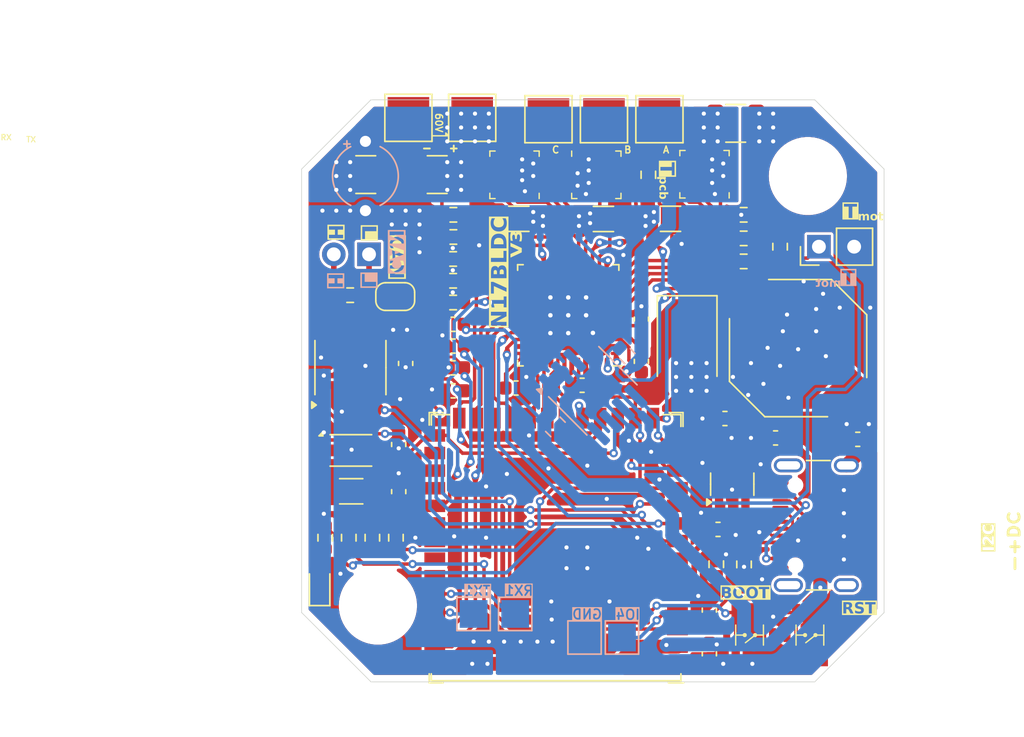
<source format=kicad_pcb>
(kicad_pcb
	(version 20240108)
	(generator "pcbnew")
	(generator_version "8.0")
	(general
		(thickness 1.6)
		(legacy_teardrops no)
	)
	(paper "A4")
	(title_block
		(comment 4 "AISLER Project ID: YMBROGBB")
	)
	(layers
		(0 "F.Cu" signal)
		(31 "B.Cu" signal)
		(32 "B.Adhes" user "B.Adhesive")
		(33 "F.Adhes" user "F.Adhesive")
		(34 "B.Paste" user)
		(35 "F.Paste" user)
		(36 "B.SilkS" user "B.Silkscreen")
		(37 "F.SilkS" user "F.Silkscreen")
		(38 "B.Mask" user)
		(39 "F.Mask" user)
		(40 "Dwgs.User" user "User.Drawings")
		(41 "Cmts.User" user "User.Comments")
		(42 "Eco1.User" user "User.Eco1")
		(43 "Eco2.User" user "User.Eco2")
		(44 "Edge.Cuts" user)
		(45 "Margin" user)
		(46 "B.CrtYd" user "B.Courtyard")
		(47 "F.CrtYd" user "F.Courtyard")
		(48 "B.Fab" user)
		(49 "F.Fab" user)
		(50 "User.1" user)
		(51 "User.2" user)
		(52 "User.3" user)
		(53 "User.4" user)
		(54 "User.5" user)
		(55 "User.6" user)
		(56 "User.7" user)
		(57 "User.8" user)
		(58 "User.9" user)
	)
	(setup
		(stackup
			(layer "F.SilkS"
				(type "Top Silk Screen")
			)
			(layer "F.Paste"
				(type "Top Solder Paste")
			)
			(layer "F.Mask"
				(type "Top Solder Mask")
				(thickness 0.01)
			)
			(layer "F.Cu"
				(type "copper")
				(thickness 0.035)
			)
			(layer "dielectric 1"
				(type "core")
				(thickness 1.51)
				(material "FR4")
				(epsilon_r 4.5)
				(loss_tangent 0.02)
			)
			(layer "B.Cu"
				(type "copper")
				(thickness 0.035)
			)
			(layer "B.Mask"
				(type "Bottom Solder Mask")
				(thickness 0.01)
			)
			(layer "B.Paste"
				(type "Bottom Solder Paste")
			)
			(layer "B.SilkS"
				(type "Bottom Silk Screen")
			)
			(copper_finish "None")
			(dielectric_constraints no)
		)
		(pad_to_mask_clearance 0)
		(allow_soldermask_bridges_in_footprints no)
		(pcbplotparams
			(layerselection 0x00010fc_ffffffff)
			(plot_on_all_layers_selection 0x0000000_00000000)
			(disableapertmacros no)
			(usegerberextensions no)
			(usegerberattributes yes)
			(usegerberadvancedattributes yes)
			(creategerberjobfile yes)
			(dashed_line_dash_ratio 12.000000)
			(dashed_line_gap_ratio 3.000000)
			(svgprecision 4)
			(plotframeref no)
			(viasonmask no)
			(mode 1)
			(useauxorigin no)
			(hpglpennumber 1)
			(hpglpenspeed 20)
			(hpglpendiameter 15.000000)
			(pdf_front_fp_property_popups yes)
			(pdf_back_fp_property_popups yes)
			(dxfpolygonmode yes)
			(dxfimperialunits yes)
			(dxfusepcbnewfont yes)
			(psnegative no)
			(psa4output no)
			(plotreference yes)
			(plotvalue yes)
			(plotfptext yes)
			(plotinvisibletext no)
			(sketchpadsonfab no)
			(subtractmaskfromsilk no)
			(outputformat 1)
			(mirror no)
			(drillshape 1)
			(scaleselection 1)
			(outputdirectory "")
		)
	)
	(net 0 "")
	(net 1 "Net-(U1-EN)")
	(net 2 "GND")
	(net 3 "Net-(U4-CPH)")
	(net 4 "Net-(U4-CPL)")
	(net 5 "Vdrive")
	(net 6 "Net-(U4-VCP)")
	(net 7 "+3.3V")
	(net 8 "/B_D+")
	(net 9 "INHC")
	(net 10 "unconnected-(U1-IO35-Pad28)")
	(net 11 "unconnected-(U1-IO36-Pad29)")
	(net 12 "INHA")
	(net 13 "unconnected-(U1-IO42-Pad35)")
	(net 14 "/B_D-")
	(net 15 "unconnected-(U1-IO37-Pad30)")
	(net 16 "Net-(D2-A)")
	(net 17 "SOA")
	(net 18 "MOTA")
	(net 19 "SOB")
	(net 20 "SOC")
	(net 21 "unconnected-(U1-IO40-Pad33)")
	(net 22 "MOTB")
	(net 23 "unconnected-(U1-IO41-Pad34)")
	(net 24 "unconnected-(U1-IO39-Pad32)")
	(net 25 "MOTC")
	(net 26 "INHB")
	(net 27 "/SPA")
	(net 28 "SPI_CLK")
	(net 29 "SPI_MOSI")
	(net 30 "SPI_DRV_nCS")
	(net 31 "SPI_MISO")
	(net 32 "R_TERM_EXT")
	(net 33 "R_TERM_PCB")
	(net 34 "/GHA")
	(net 35 "/GLA")
	(net 36 "/SPB")
	(net 37 "V_sense")
	(net 38 "/GHB")
	(net 39 "/GLB")
	(net 40 "unconnected-(J2-SBU2-PadB8)")
	(net 41 "unconnected-(J2-SBU1-PadA8)")
	(net 42 "/SPC")
	(net 43 "/Shield")
	(net 44 "/ESD_B_D-")
	(net 45 "/ESD_B_D+")
	(net 46 "Net-(J2-CC1)")
	(net 47 "/V_USB")
	(net 48 "Net-(J2-CC2)")
	(net 49 "/CAN_L")
	(net 50 "/CAN_H")
	(net 51 "/CAN_TX")
	(net 52 "/CAN_RX")
	(net 53 "/CAN_S")
	(net 54 "unconnected-(U5-PUSH-Pad3)")
	(net 55 "SCL")
	(net 56 "SDA")
	(net 57 "A")
	(net 58 "B")
	(net 59 "/GHC")
	(net 60 "/GLC")
	(net 61 "/SOA_UNFILTERED")
	(net 62 "/SOB_UNFILTERED")
	(net 63 "/SOC_UNFILTERED")
	(net 64 "Net-(U4-EN_BUCK)")
	(net 65 "DRV_nFAULT")
	(net 66 "DRV_EN")
	(net 67 "HIZ")
	(net 68 "CAL")
	(net 69 "Net-(U4-CB)")
	(net 70 "Net-(D1-K)")
	(net 71 "Net-(U4-FB)")
	(net 72 "/SNA")
	(net 73 "/SNB")
	(net 74 "/SNC")
	(net 75 "+5V")
	(net 76 "Net-(U3-SW)")
	(net 77 "LED")
	(net 78 "GPIO4")
	(net 79 "/RX")
	(net 80 "/TX")
	(net 81 "Net-(U4-DVDD)")
	(net 82 "Net-(JP1-A)")
	(footprint "Resistor_SMD:R_0603_1608Metric" (layer "F.Cu") (at 81.875 60))
	(footprint "Resistor_SMD:R_0603_1608Metric" (layer "F.Cu") (at 56.8 81.6 90))
	(footprint "Resistor_SMD:R_0603_1608Metric" (layer "F.Cu") (at 79.9 83.5125 -90))
	(footprint "Connector_PinHeader_2.54mm:PinHeader_1x02_P2.54mm_Vertical" (layer "F.Cu") (at 54.86 61.15 -90))
	(footprint "Resistor_SMD:R_0603_1608Metric" (layer "F.Cu") (at 51.7 81.6 -90))
	(footprint "PCM_Espressif:ESP32-S3-WROOM-1U" (layer "F.Cu") (at 68.35 82.47 180))
	(footprint "Capacitor_SMD:C_0603_1608Metric" (layer "F.Cu") (at 74.5 68.875 90))
	(footprint "Resistor_SMD:R_0603_1608Metric" (layer "F.Cu") (at 60.925 61.486601))
	(footprint "Capacitor_SMD:C_0603_1608Metric" (layer "F.Cu") (at 79.4 89.975 -90))
	(footprint "Package_SO:SOIC-8_3.9x4.9mm_P1.27mm" (layer "F.Cu") (at 53.52 69.325 90))
	(footprint "Connector_PinHeader_2.54mm:PinHeader_1x02_P2.54mm_Vertical" (layer "F.Cu") (at 87.3 60.6 90))
	(footprint "Resistor_SMD:R_1206_3216Metric" (layer "F.Cu") (at 76.6 58.5875 180))
	(footprint "DRV8313PWP:VQFN-48_EP_7x7_Pitch0.5mm_RGZ0048A" (layer "F.Cu") (at 69.225 65.55 180))
	(footprint "Capacitor_SMD:C_0603_1608Metric" (layer "F.Cu") (at 79.4 86.825 90))
	(footprint "Capacitor_SMD:C_1210_3225Metric" (layer "F.Cu") (at 59.775001 55.4 180))
	(footprint "Resistor_SMD:R_1206_3216Metric" (layer "F.Cu") (at 71.7625 58.6 180))
	(footprint "Capacitor_SMD:C_0603_1608Metric" (layer "F.Cu") (at 60.925 71 180))
	(footprint "Resistor_SMD:R_0603_1608Metric_Pad0.98x0.95mm_HandSolder" (layer "F.Cu") (at 75 55.4125 -90))
	(footprint "Capacitor_SMD:C_0603_1608Metric" (layer "F.Cu") (at 80.525 73 180))
	(footprint "Jumper:SolderJumper-2_P1.3mm_Open_RoundedPad1.0x1.5mm" (layer "F.Cu") (at 56.75 64.2))
	(footprint "Capacitor_SMD:C_0603_1608Metric" (layer "F.Cu") (at 84.175 74.4 180))
	(footprint "Package_DFN_QFN:DFN-8-1EP_3x2mm_P0.5mm_EP1.7x1.4mm" (layer "F.Cu") (at 53.55 75.300001))
	(footprint "DUALMOSFETS:PowerPAIR_3x3S_BWL" (layer "F.Cu") (at 65.35 55.4125 180))
	(footprint "Resistor_SMD:R_0603_1608Metric" (layer "F.Cu") (at 81.9 83.525 90))
	(footprint "TestPoint:TestPoint_Pad_3.0x3.0mm" (layer "F.Cu") (at 67.8 51.4 180))
	(footprint "TestPoint:TestPoint_Pad_3.0x3.0mm" (layer "F.Cu") (at 71.8 51.4 180))
	(footprint "CUI_TS21:TS21" (layer "F.Cu") (at 86.65 88.625 -90))
	(footprint "Inductor_SMD:L_1206_3216Metric" (layer "F.Cu") (at 53.575 78.25 180))
	(footprint "Resistor_SMD:R_0603_1608Metric" (layer "F.Cu") (at 81.875 61.661906 180))
	(footprint "Capacitor_SMD:C_0603_1608Metric" (layer "F.Cu") (at 74.5 65.825 -90))
	(footprint "Resistor_SMD:R_0603_1608Metric" (layer "F.Cu") (at 60.941002 59.9))
	(footprint "Capacitor_SMD:C_0603_1608Metric" (layer "F.Cu") (at 57 74.875 -90))
	(footprint "TestPoint:TestPoint_Pad_3.0x3.0mm" (layer "F.Cu") (at 62.3 51.3 -90))
	(footprint "Resistor_SMD:R_0603_1608Metric" (layer "F.Cu") (at 81.875 58.3))
	(footprint "Resistor_SMD:R_0603_1608Metric" (layer "F.Cu") (at 53.4 81.6 90))
	(footprint "DUALMOSFETS:PowerPAIR_3x3S_BWL"
		(layer "F.Cu")
		(uuid "6eb99393-9d7a-40f8-9179-eb27c4cf6b31")
		(at 71.25 55.4125)
		(tags "SiZ250DT")
		(property "Reference" "Q2"
			(at 0.25 5.525 180)
			(unlocked yes)
			(layer "F.SilkS")
			(hide yes)
			(uuid "5db9478b-7276-49a4-b284-711236f2a262")
			(effects
				(font
					(size 1 1)
					(thickness 0.1)
				)
			)
		)
		(property "Value" "SiZ250DT"
			(at 0.25 1.45 0)
			(unlocked yes)
			(layer "F.Fab")
			(uuid "9668221f-b23e-4a1a-ac12-4d19b9944148")
			(effects
				(font
					(size 1 1)
					(thickness 0.15)
				)
			)
		)
		(property "Footprint" "DUALMOSFETS:PowerPAIR_3x3S_BWL"
			(at 0 0 0)
			(unlocked yes)
			(layer "F.Fab")
			(hide yes)
			(uuid "a0444fee-23e5-44c3-820a-f70ba0fad084")
			(effects
				(font
					(size 1 1)
					(thickness 0.15)
				)
			)
		)
		(property "Datasheet" "https://www.vishay.com/docs/77227/siz250dt.pdf"
			(at 0 0 0)
			(unlocked yes)
			(layer "F.Fab")
			(hide yes)
			(uuid "05c775d3-5cf1-4fb0-927d-c013fc863622")
			(effects
				(font
					(size 1 1)
					(thickness 0.15)
				)
			)
		)
		(property "Description" "Dual N-Channel 60 V (D-S) MOSFETs, TrenchFET® Gen IV power MOSFETs"
			(at 0 0 0)
			(unlocked yes)
			(layer "F.Fab")
			(hide yes)
			(uuid "e17ccda5-11e7-40d5-a1f0-517f639e41d1")
			(effects
				(font
					(size 1 1)
					(thickness 0.15)
				)
			)
		)
		(property ki_fp_filters "SOT?23*")
		(path "/b58ae21e-1b80-4579-8b0f-594b292745ec")
		(sheetname "Root")
		(sheetfile "stepper-closed-loop.kicad_sch")
		(zone_connect 2)
		(attr smd)
		(fp_line
			(start -1.778 -1.3335)
			(end -1.778 -1.7145)
			(stroke
				(width 0.1)
				(type default)
			)
			(layer "F.SilkS")
			(uuid "264292d9-0bce-4763-bf6f-fe7f8dfa71f4")
		)
		(fp_line
			(start -1.778 1.3335)
			(end -1.778 1.7145)
			(stroke
				(width 0.1)
				(type default)
			)
			(layer "F.SilkS")
			(uuid "6868c450-fc0f-4d87-aae6-55a0b66ff042")
		)
		(fp_line
			(start -1.778 1.7145)
			(end -1.397 1.7145)
			(stroke
				(width 0.1)
				(type default)
			)
			(layer "F.SilkS")
			(uuid "af59c7f8-c3ce-4713-8d6b-3d8d83e71184")
		)
		(fp_line
			(start 1.397 1.7145)
			(end 1.778 1.7145)
			(stroke
				(width 0.1)
				(type default)
			)
			(layer "F.SilkS")
			(uuid "ce4e46a2-a1e5-4f12-82c0-da025ec74cb2")
		)
		(fp_line
			(start 1.778 -1.7145)
			(end 1.397 -1.7145)
			(stroke
				(width 0.1)
				(type default)
			)
			(layer "F.SilkS")
			(uuid "998f73a7-53e3-4c16-8eba-1f5294a95254")
		)
		(fp_line
			(start 1.778 -1.3335)
			(end 1.778 -1.7145)
			(stroke
				(width 0.1)
				(type default)
			)
			(layer "F.SilkS")
			(uuid "2ec10df5-4497-4dcd-8e05-95d614191bd6")
		)
		(fp_line
			(start 1.778 1.3335)
			(end 1.778 1.7145)
			(stroke
				(width 0.1)
				(type default)
			)
			(layer "F.SilkS")
			(uuid "9a9b2266-3bd7-42ef-a44c-faa576cc0683")
		)
		(fp_line
			(start -2 -1.8)
			(end 2 -1.8)
			(stroke
				(width 0.05)
				(type solid)
			)
			(layer "F.CrtYd")
			(uuid "32d3f171-3384-4e27-bb11-6aed04cea996")
		)
		(fp_line
			(start -2 1.8)
			(end -2 -1.8)
			(stroke
				(width 0.05)
				(type solid)
			)
			(layer "F.CrtYd")
			(uuid "46313aaa-03e9-4650-a3cb-a8a2396df4e7")
		)
		(fp_line
			(start 2 -1.8)
			(end 2 1.8)
			(stroke
				(width 0.05)
				(type solid)
			)
			(layer "F.CrtYd")
			(uuid "35de23dc-b79a-4f31-be7d-8245aa01571a")
		)
		(fp_line
			(start 2 1.8)
			(end -2 1.8)
			(stroke
				(width 0.05)
				(type solid)
			)
			(layer "F.CrtYd")
			(uuid "0954039d-6732-457a-a588-b2050904125f")
		)
		(fp_rect
			(start -1.65 -1.65)
			(end 1.65 1.65)
			(stroke
				(width 0.01)
				(type default)
			)
			(
... [711011 chars truncated]
</source>
